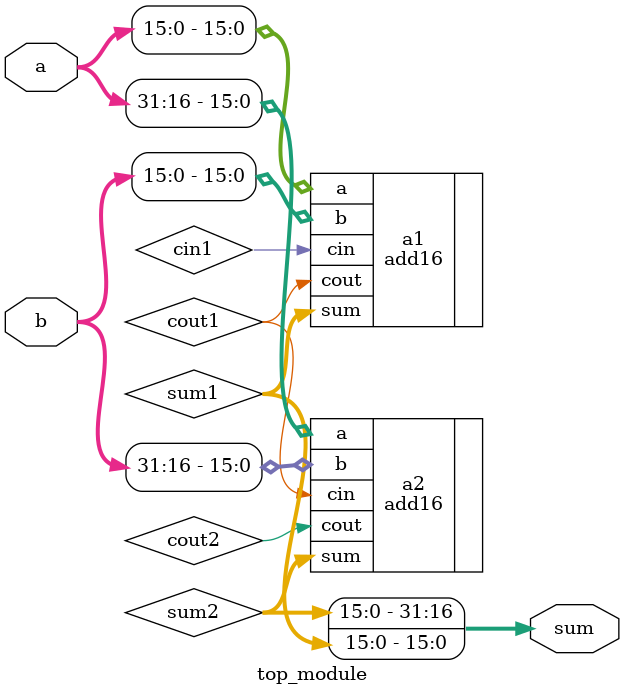
<source format=v>
module top_module(
    input [31:0] a,
    input [31:0] b,
    output [31:0] sum
);
   
    wire cin1,cin2,cout1,cout2;
    wire [15:0]sum1,sum2;
    add16 a1(.a(a[15:0]),.b(b[15:0]),.cin(cin1),.sum(sum1),.cout(cout1));
    add16 a2(.a(a[31:16]),.b(b[31:16]),.cin(cout1),.sum(sum2),.cout(cout2));
    assign sum[15:0] = sum1;
    assign sum[31:16] = sum2;

endmodule

</source>
